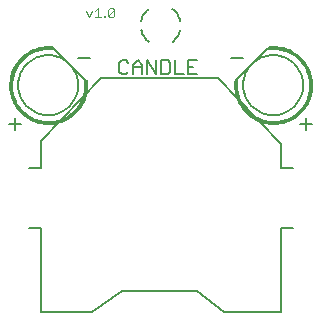
<source format=gto>
G75*
%MOIN*%
%OFA0B0*%
%FSLAX24Y24*%
%IPPOS*%
%LPD*%
%AMOC8*
5,1,8,0,0,1.08239X$1,22.5*
%
%ADD10C,0.0050*%
%ADD11C,0.0070*%
%ADD12C,0.0030*%
%ADD13C,0.0080*%
%ADD14C,0.0010*%
%ADD15C,0.0060*%
D10*
X001688Y000350D02*
X003388Y000350D01*
X004388Y001050D01*
X006888Y001050D01*
X007788Y000350D01*
X009688Y000350D01*
X009688Y003150D01*
X010088Y003150D01*
X010088Y005150D02*
X009688Y005150D01*
X009688Y005950D01*
X007588Y008150D01*
X003688Y008150D01*
X001688Y006050D01*
X001688Y005150D01*
X001288Y005150D01*
X001288Y003150D02*
X001688Y003150D01*
X001688Y000350D01*
X004389Y008275D02*
X004313Y008350D01*
X004313Y008650D01*
X004389Y008725D01*
X004539Y008725D01*
X004614Y008650D01*
X004774Y008575D02*
X004924Y008725D01*
X005074Y008575D01*
X005074Y008275D01*
X005234Y008275D02*
X005234Y008725D01*
X005535Y008275D01*
X005535Y008725D01*
X005695Y008725D02*
X005920Y008725D01*
X005995Y008650D01*
X005995Y008350D01*
X005920Y008275D01*
X005695Y008275D01*
X005695Y008725D01*
X006155Y008725D02*
X006155Y008275D01*
X006455Y008275D01*
X006615Y008275D02*
X006916Y008275D01*
X006766Y008500D02*
X006615Y008500D01*
X006615Y008725D02*
X006615Y008275D01*
X006615Y008725D02*
X006916Y008725D01*
X005074Y008500D02*
X004774Y008500D01*
X004774Y008575D02*
X004774Y008275D01*
X004614Y008350D02*
X004539Y008275D01*
X004389Y008275D01*
D11*
X003344Y008800D02*
X002923Y008800D01*
X000834Y006810D02*
X000834Y006390D01*
X001044Y006600D02*
X000623Y006600D01*
X008023Y008800D02*
X008444Y008800D01*
X010534Y006810D02*
X010534Y006390D01*
X010744Y006600D02*
X010323Y006600D01*
D12*
X004134Y010213D02*
X004085Y010165D01*
X003988Y010165D01*
X003940Y010213D01*
X004134Y010407D01*
X004134Y010213D01*
X004134Y010407D02*
X004085Y010455D01*
X003988Y010455D01*
X003940Y010407D01*
X003940Y010213D01*
X003841Y010213D02*
X003841Y010165D01*
X003793Y010165D01*
X003793Y010213D01*
X003841Y010213D01*
X003692Y010165D02*
X003498Y010165D01*
X003595Y010165D02*
X003595Y010455D01*
X003498Y010358D01*
X003397Y010358D02*
X003300Y010165D01*
X003203Y010358D01*
D13*
X002115Y009137D02*
X003176Y008077D01*
X006338Y010050D02*
X006322Y010101D01*
X006303Y010152D01*
X006280Y010200D01*
X006254Y010248D01*
X006225Y010293D01*
X006192Y010336D01*
X006157Y010376D01*
X006119Y010414D01*
X006078Y010450D01*
X005288Y010449D02*
X005251Y010419D01*
X005216Y010386D01*
X005184Y010350D01*
X005154Y010312D01*
X005127Y010272D01*
X005103Y010230D01*
X005082Y010187D01*
X005064Y010142D01*
X005050Y010096D01*
X005038Y010050D01*
X006088Y009350D02*
X006128Y009385D01*
X006165Y009424D01*
X006199Y009465D01*
X006230Y009508D01*
X006258Y009553D01*
X006283Y009600D01*
X006305Y009648D01*
X006323Y009698D01*
X006338Y009750D01*
X005288Y009349D02*
X005251Y009380D01*
X005216Y009413D01*
X005184Y009449D01*
X005154Y009487D01*
X005127Y009527D01*
X005103Y009569D01*
X005082Y009612D01*
X005064Y009657D01*
X005050Y009703D01*
X005038Y009750D01*
X008201Y008077D02*
X009262Y009137D01*
D14*
X008156Y008078D02*
X008245Y008065D01*
X008244Y008065D02*
X008237Y007998D01*
X008233Y007929D01*
X008234Y007861D01*
X008238Y007793D01*
X008246Y007725D01*
X008258Y007658D01*
X008273Y007591D01*
X008293Y007526D01*
X008316Y007462D01*
X008342Y007399D01*
X008372Y007337D01*
X008406Y007278D01*
X008443Y007221D01*
X008483Y007165D01*
X008526Y007112D01*
X008572Y007062D01*
X008621Y007014D01*
X008673Y006969D01*
X008727Y006927D01*
X008783Y006889D01*
X008841Y006853D01*
X008901Y006821D01*
X008963Y006792D01*
X009027Y006767D01*
X009092Y006746D01*
X009158Y006728D01*
X009224Y006714D01*
X009292Y006704D01*
X009360Y006698D01*
X009428Y006695D01*
X009496Y006696D01*
X009565Y006702D01*
X009632Y006711D01*
X009699Y006724D01*
X009766Y006740D01*
X009831Y006761D01*
X009895Y006785D01*
X009957Y006813D01*
X010018Y006844D01*
X010077Y006878D01*
X010134Y006916D01*
X010188Y006957D01*
X010240Y007001D01*
X010290Y007048D01*
X010337Y007098D01*
X010381Y007150D01*
X010422Y007204D01*
X010460Y007261D01*
X010494Y007320D01*
X010525Y007381D01*
X010553Y007443D01*
X010577Y007507D01*
X010598Y007572D01*
X010614Y007639D01*
X010627Y007706D01*
X010636Y007773D01*
X010642Y007842D01*
X010643Y007910D01*
X010640Y007978D01*
X010634Y008046D01*
X010624Y008114D01*
X010610Y008180D01*
X010592Y008246D01*
X010571Y008311D01*
X010546Y008375D01*
X010517Y008437D01*
X010485Y008497D01*
X010449Y008555D01*
X010411Y008611D01*
X010369Y008665D01*
X010324Y008717D01*
X010276Y008766D01*
X010226Y008812D01*
X010173Y008855D01*
X010117Y008895D01*
X010060Y008932D01*
X010001Y008966D01*
X009939Y008996D01*
X009876Y009022D01*
X009812Y009045D01*
X009747Y009065D01*
X009680Y009080D01*
X009613Y009092D01*
X009545Y009100D01*
X009477Y009104D01*
X009409Y009105D01*
X009340Y009101D01*
X009273Y009094D01*
X009260Y009182D01*
X009260Y009183D01*
X009330Y009191D01*
X009401Y009194D01*
X009472Y009195D01*
X009543Y009191D01*
X009614Y009183D01*
X009684Y009171D01*
X009753Y009156D01*
X009821Y009137D01*
X009889Y009114D01*
X009954Y009088D01*
X010019Y009058D01*
X010081Y009024D01*
X010142Y008987D01*
X010200Y008947D01*
X010257Y008903D01*
X010310Y008857D01*
X010361Y008808D01*
X010410Y008756D01*
X010455Y008701D01*
X010498Y008644D01*
X010537Y008585D01*
X010573Y008524D01*
X010605Y008461D01*
X010634Y008396D01*
X010660Y008330D01*
X010681Y008262D01*
X010699Y008194D01*
X010713Y008124D01*
X010724Y008054D01*
X010730Y007983D01*
X010733Y007912D01*
X010732Y007841D01*
X010727Y007770D01*
X010717Y007700D01*
X010705Y007630D01*
X010688Y007561D01*
X010667Y007493D01*
X010643Y007427D01*
X010616Y007361D01*
X010584Y007298D01*
X010550Y007236D01*
X010512Y007176D01*
X010470Y007118D01*
X010426Y007063D01*
X010378Y007010D01*
X010328Y006960D01*
X010275Y006912D01*
X010220Y006868D01*
X010162Y006826D01*
X010102Y006788D01*
X010040Y006754D01*
X009977Y006722D01*
X009911Y006695D01*
X009845Y006671D01*
X009777Y006650D01*
X009708Y006633D01*
X009638Y006621D01*
X009568Y006611D01*
X009497Y006606D01*
X009426Y006605D01*
X009355Y006608D01*
X009284Y006614D01*
X009214Y006625D01*
X009144Y006639D01*
X009076Y006657D01*
X009008Y006678D01*
X008942Y006704D01*
X008877Y006733D01*
X008814Y006765D01*
X008753Y006801D01*
X008694Y006840D01*
X008637Y006883D01*
X008582Y006928D01*
X008530Y006977D01*
X008481Y007028D01*
X008435Y007081D01*
X008391Y007138D01*
X008351Y007196D01*
X008314Y007257D01*
X008280Y007319D01*
X008250Y007384D01*
X008224Y007449D01*
X008201Y007517D01*
X008182Y007585D01*
X008167Y007654D01*
X008155Y007724D01*
X008147Y007795D01*
X008143Y007866D01*
X008144Y007937D01*
X008147Y008008D01*
X008155Y008078D01*
X008164Y008077D01*
X008156Y008006D01*
X008152Y007935D01*
X008153Y007864D01*
X008157Y007792D01*
X008164Y007722D01*
X008176Y007651D01*
X008192Y007582D01*
X008212Y007513D01*
X008235Y007446D01*
X008262Y007380D01*
X008292Y007316D01*
X008327Y007253D01*
X008364Y007193D01*
X008405Y007134D01*
X008449Y007078D01*
X008496Y007025D01*
X008546Y006974D01*
X008599Y006926D01*
X008654Y006881D01*
X008712Y006839D01*
X008771Y006800D01*
X008833Y006765D01*
X008897Y006733D01*
X008963Y006705D01*
X009030Y006681D01*
X009098Y006660D01*
X009167Y006643D01*
X009237Y006630D01*
X009308Y006621D01*
X009379Y006615D01*
X009450Y006614D01*
X009521Y006617D01*
X009592Y006623D01*
X009663Y006634D01*
X009733Y006648D01*
X009801Y006666D01*
X009869Y006688D01*
X009936Y006714D01*
X010001Y006744D01*
X010064Y006777D01*
X010125Y006813D01*
X010184Y006853D01*
X010241Y006896D01*
X010296Y006942D01*
X010347Y006991D01*
X010396Y007042D01*
X010442Y007097D01*
X010485Y007154D01*
X010525Y007213D01*
X010561Y007274D01*
X010594Y007337D01*
X010624Y007402D01*
X010650Y007469D01*
X010672Y007537D01*
X010690Y007605D01*
X010704Y007675D01*
X010715Y007746D01*
X010721Y007817D01*
X010724Y007888D01*
X010723Y007959D01*
X010717Y008030D01*
X010708Y008101D01*
X010695Y008171D01*
X010678Y008240D01*
X010657Y008308D01*
X010633Y008375D01*
X010605Y008441D01*
X010573Y008505D01*
X010538Y008567D01*
X010499Y008626D01*
X010457Y008684D01*
X010412Y008739D01*
X010364Y008792D01*
X010313Y008842D01*
X010260Y008889D01*
X010204Y008933D01*
X010145Y008974D01*
X010085Y009011D01*
X010022Y009046D01*
X009958Y009076D01*
X009892Y009103D01*
X009825Y009126D01*
X009756Y009146D01*
X009687Y009162D01*
X009616Y009174D01*
X009546Y009181D01*
X009474Y009185D01*
X009403Y009186D01*
X009332Y009182D01*
X009261Y009174D01*
X009262Y009165D01*
X009333Y009173D01*
X009403Y009177D01*
X009474Y009176D01*
X009545Y009173D01*
X009615Y009165D01*
X009685Y009153D01*
X009754Y009137D01*
X009822Y009118D01*
X009889Y009095D01*
X009954Y009068D01*
X010018Y009038D01*
X010080Y009004D01*
X010141Y008966D01*
X010199Y008926D01*
X010254Y008882D01*
X010307Y008835D01*
X010358Y008786D01*
X010406Y008733D01*
X010450Y008679D01*
X010492Y008621D01*
X010530Y008562D01*
X010565Y008500D01*
X010597Y008437D01*
X010625Y008372D01*
X010649Y008305D01*
X010670Y008238D01*
X010686Y008169D01*
X010699Y008099D01*
X010708Y008029D01*
X010714Y007959D01*
X010715Y007888D01*
X010712Y007817D01*
X010706Y007747D01*
X010695Y007677D01*
X010681Y007607D01*
X010663Y007539D01*
X010641Y007472D01*
X010615Y007406D01*
X010586Y007341D01*
X010554Y007279D01*
X010517Y007218D01*
X010478Y007159D01*
X010435Y007102D01*
X010390Y007048D01*
X010341Y006997D01*
X010290Y006948D01*
X010236Y006903D01*
X010179Y006860D01*
X010120Y006821D01*
X010059Y006784D01*
X009997Y006752D01*
X009932Y006723D01*
X009866Y006697D01*
X009799Y006675D01*
X009731Y006657D01*
X009661Y006643D01*
X009591Y006632D01*
X009521Y006626D01*
X009450Y006623D01*
X009379Y006624D01*
X009309Y006630D01*
X009239Y006639D01*
X009169Y006652D01*
X009100Y006668D01*
X009033Y006689D01*
X008966Y006713D01*
X008901Y006741D01*
X008838Y006773D01*
X008776Y006808D01*
X008717Y006846D01*
X008659Y006888D01*
X008605Y006932D01*
X008552Y006980D01*
X008503Y007031D01*
X008456Y007084D01*
X008412Y007139D01*
X008372Y007197D01*
X008334Y007258D01*
X008300Y007320D01*
X008270Y007384D01*
X008243Y007449D01*
X008220Y007516D01*
X008201Y007584D01*
X008185Y007653D01*
X008173Y007723D01*
X008165Y007793D01*
X008162Y007864D01*
X008161Y007935D01*
X008165Y008005D01*
X008173Y008076D01*
X008182Y008074D01*
X008174Y008004D01*
X008170Y007933D01*
X008171Y007862D01*
X008175Y007791D01*
X008183Y007720D01*
X008195Y007650D01*
X008211Y007581D01*
X008231Y007513D01*
X008254Y007446D01*
X008282Y007380D01*
X008312Y007316D01*
X008347Y007254D01*
X008385Y007194D01*
X008426Y007136D01*
X008470Y007080D01*
X008518Y007028D01*
X008568Y006977D01*
X008621Y006930D01*
X008677Y006886D01*
X008735Y006845D01*
X008795Y006807D01*
X008857Y006773D01*
X008921Y006742D01*
X008987Y006715D01*
X009054Y006691D01*
X009122Y006672D01*
X009192Y006656D01*
X009262Y006644D01*
X009332Y006636D01*
X009403Y006632D01*
X009474Y006633D01*
X009545Y006637D01*
X009616Y006645D01*
X009686Y006656D01*
X009755Y006672D01*
X009824Y006692D01*
X009891Y006716D01*
X009956Y006743D01*
X010020Y006774D01*
X010082Y006808D01*
X010143Y006846D01*
X010201Y006887D01*
X010256Y006931D01*
X010309Y006979D01*
X010359Y007029D01*
X010407Y007082D01*
X010451Y007137D01*
X010492Y007195D01*
X010530Y007256D01*
X010564Y007318D01*
X010595Y007382D01*
X010622Y007447D01*
X010646Y007514D01*
X010666Y007583D01*
X010682Y007652D01*
X010693Y007722D01*
X010701Y007793D01*
X010705Y007864D01*
X010706Y007935D01*
X010702Y008006D01*
X010694Y008076D01*
X010682Y008146D01*
X010666Y008216D01*
X010647Y008284D01*
X010623Y008351D01*
X010596Y008417D01*
X010565Y008481D01*
X010531Y008543D01*
X010493Y008603D01*
X010452Y008661D01*
X010408Y008717D01*
X010361Y008770D01*
X010310Y008820D01*
X010258Y008868D01*
X010202Y008912D01*
X010144Y008953D01*
X010084Y008991D01*
X010022Y009026D01*
X009958Y009056D01*
X009892Y009084D01*
X009825Y009107D01*
X009757Y009127D01*
X009688Y009143D01*
X009618Y009155D01*
X009547Y009163D01*
X009476Y009167D01*
X009405Y009168D01*
X009334Y009164D01*
X009264Y009156D01*
X009265Y009147D01*
X009335Y009155D01*
X009405Y009159D01*
X009476Y009158D01*
X009546Y009154D01*
X009617Y009146D01*
X009686Y009134D01*
X009755Y009118D01*
X009823Y009099D01*
X009889Y009075D01*
X009954Y009048D01*
X010018Y009018D01*
X010080Y008983D01*
X010139Y008946D01*
X010197Y008905D01*
X010252Y008861D01*
X010304Y008814D01*
X010354Y008764D01*
X010401Y008711D01*
X010445Y008656D01*
X010486Y008598D01*
X010523Y008538D01*
X010557Y008477D01*
X010588Y008413D01*
X010615Y008348D01*
X010638Y008281D01*
X010657Y008213D01*
X010673Y008144D01*
X010685Y008075D01*
X010693Y008005D01*
X010697Y007934D01*
X010696Y007864D01*
X010692Y007793D01*
X010685Y007723D01*
X010673Y007654D01*
X010657Y007585D01*
X010637Y007517D01*
X010614Y007451D01*
X010587Y007385D01*
X010556Y007322D01*
X010522Y007260D01*
X010485Y007200D01*
X010444Y007143D01*
X010400Y007088D01*
X010353Y007035D01*
X010303Y006985D01*
X010250Y006938D01*
X010195Y006894D01*
X010138Y006853D01*
X010078Y006816D01*
X010016Y006782D01*
X009953Y006751D01*
X009887Y006724D01*
X009821Y006701D01*
X009753Y006681D01*
X009684Y006665D01*
X009615Y006653D01*
X009545Y006646D01*
X009474Y006642D01*
X009404Y006641D01*
X009333Y006645D01*
X009263Y006653D01*
X009194Y006665D01*
X009125Y006681D01*
X009057Y006700D01*
X008990Y006723D01*
X008925Y006750D01*
X008861Y006781D01*
X008800Y006815D01*
X008740Y006852D01*
X008682Y006893D01*
X008627Y006937D01*
X008574Y006984D01*
X008524Y007034D01*
X008477Y007086D01*
X008433Y007141D01*
X008392Y007199D01*
X008355Y007258D01*
X008320Y007320D01*
X008290Y007384D01*
X008263Y007449D01*
X008239Y007515D01*
X008220Y007583D01*
X008204Y007652D01*
X008192Y007721D01*
X008184Y007792D01*
X008180Y007862D01*
X008179Y007933D01*
X008183Y008003D01*
X008191Y008073D01*
X008200Y008072D01*
X008192Y008002D01*
X008188Y007932D01*
X008189Y007862D01*
X008193Y007792D01*
X008201Y007723D01*
X008213Y007654D01*
X008228Y007585D01*
X008248Y007518D01*
X008271Y007452D01*
X008298Y007387D01*
X008328Y007324D01*
X008362Y007263D01*
X008400Y007204D01*
X008440Y007147D01*
X008484Y007092D01*
X008531Y007040D01*
X008581Y006990D01*
X008633Y006944D01*
X008688Y006900D01*
X008745Y006860D01*
X008804Y006823D01*
X008866Y006789D01*
X008929Y006758D01*
X008993Y006732D01*
X009060Y006709D01*
X009127Y006689D01*
X009195Y006674D01*
X009264Y006662D01*
X009334Y006654D01*
X009404Y006650D01*
X009474Y006651D01*
X009544Y006654D01*
X009613Y006662D01*
X009683Y006674D01*
X009751Y006690D01*
X009818Y006709D01*
X009884Y006732D01*
X009949Y006759D01*
X010012Y006790D01*
X010073Y006824D01*
X010133Y006861D01*
X010190Y006901D01*
X010245Y006945D01*
X010297Y006992D01*
X010346Y007041D01*
X010393Y007093D01*
X010437Y007148D01*
X010477Y007205D01*
X010514Y007265D01*
X010548Y007326D01*
X010579Y007389D01*
X010606Y007454D01*
X010629Y007520D01*
X010648Y007587D01*
X010664Y007655D01*
X010676Y007725D01*
X010684Y007794D01*
X010687Y007864D01*
X010688Y007934D01*
X010684Y008004D01*
X010676Y008074D01*
X010664Y008143D01*
X010649Y008211D01*
X010629Y008278D01*
X010606Y008345D01*
X010580Y008409D01*
X010549Y008472D01*
X010515Y008534D01*
X010478Y008593D01*
X010438Y008650D01*
X010394Y008705D01*
X010348Y008757D01*
X010298Y008807D01*
X010246Y008854D01*
X010191Y008898D01*
X010134Y008938D01*
X010075Y008976D01*
X010014Y009010D01*
X009951Y009040D01*
X009886Y009067D01*
X009820Y009090D01*
X009753Y009110D01*
X009684Y009125D01*
X009615Y009137D01*
X009546Y009145D01*
X009476Y009149D01*
X009406Y009150D01*
X009336Y009146D01*
X009266Y009138D01*
X009267Y009129D01*
X009337Y009137D01*
X009406Y009141D01*
X009476Y009140D01*
X009545Y009136D01*
X009614Y009128D01*
X009683Y009117D01*
X009750Y009101D01*
X009817Y009082D01*
X009883Y009059D01*
X009947Y009032D01*
X010010Y009002D01*
X010070Y008968D01*
X010129Y008931D01*
X010186Y008890D01*
X010240Y008847D01*
X010292Y008800D01*
X010341Y008751D01*
X010387Y008699D01*
X010431Y008645D01*
X010471Y008588D01*
X010508Y008529D01*
X010541Y008468D01*
X010571Y008406D01*
X010598Y008341D01*
X010621Y008276D01*
X010640Y008209D01*
X010655Y008141D01*
X010667Y008072D01*
X010675Y008003D01*
X010679Y007934D01*
X010678Y007864D01*
X010675Y007795D01*
X010667Y007726D01*
X010655Y007657D01*
X010640Y007589D01*
X010620Y007523D01*
X010597Y007457D01*
X010571Y007393D01*
X010540Y007330D01*
X010507Y007269D01*
X010470Y007210D01*
X010429Y007154D01*
X010386Y007099D01*
X010340Y007047D01*
X010291Y006998D01*
X010239Y006952D01*
X010184Y006909D01*
X010128Y006868D01*
X010069Y006831D01*
X010008Y006798D01*
X009945Y006767D01*
X009881Y006741D01*
X009815Y006718D01*
X009749Y006698D01*
X009681Y006683D01*
X009612Y006671D01*
X009543Y006663D01*
X009474Y006660D01*
X009404Y006659D01*
X009335Y006663D01*
X009266Y006671D01*
X009197Y006683D01*
X009129Y006698D01*
X009062Y006717D01*
X008997Y006740D01*
X008932Y006767D01*
X008870Y006797D01*
X008809Y006830D01*
X008750Y006867D01*
X008693Y006907D01*
X008639Y006951D01*
X008587Y006997D01*
X008538Y007046D01*
X008491Y007098D01*
X008448Y007152D01*
X008407Y007209D01*
X008370Y007268D01*
X008336Y007328D01*
X008306Y007391D01*
X008279Y007455D01*
X008256Y007521D01*
X008237Y007588D01*
X008221Y007655D01*
X008210Y007724D01*
X008202Y007793D01*
X008198Y007862D01*
X008197Y007932D01*
X008201Y008001D01*
X008209Y008071D01*
X008218Y008069D01*
X008210Y008001D01*
X008206Y007932D01*
X008207Y007863D01*
X008211Y007794D01*
X008218Y007725D01*
X008230Y007657D01*
X008246Y007590D01*
X008265Y007524D01*
X008288Y007458D01*
X008314Y007395D01*
X008344Y007333D01*
X008378Y007272D01*
X008415Y007214D01*
X008455Y007158D01*
X008498Y007104D01*
X008544Y007052D01*
X008593Y007003D01*
X008645Y006958D01*
X008699Y006915D01*
X008755Y006875D01*
X008813Y006838D01*
X008874Y006805D01*
X008936Y006775D01*
X009000Y006749D01*
X009065Y006726D01*
X009131Y006707D01*
X009199Y006691D01*
X009267Y006680D01*
X009335Y006672D01*
X009404Y006668D01*
X009473Y006669D01*
X009542Y006672D01*
X009611Y006680D01*
X009679Y006692D01*
X009746Y006707D01*
X009813Y006726D01*
X009878Y006749D01*
X009942Y006776D01*
X010004Y006806D01*
X010064Y006839D01*
X010123Y006876D01*
X010179Y006916D01*
X010233Y006959D01*
X010284Y007005D01*
X010333Y007054D01*
X010379Y007105D01*
X010422Y007159D01*
X010462Y007215D01*
X010499Y007274D01*
X010532Y007334D01*
X010562Y007396D01*
X010589Y007460D01*
X010612Y007525D01*
X010631Y007592D01*
X010646Y007659D01*
X010658Y007727D01*
X010666Y007796D01*
X010669Y007865D01*
X010670Y007934D01*
X010666Y008003D01*
X010658Y008071D01*
X010647Y008139D01*
X010631Y008207D01*
X010612Y008273D01*
X010589Y008338D01*
X010563Y008402D01*
X010533Y008464D01*
X010500Y008525D01*
X010463Y008583D01*
X010423Y008639D01*
X010380Y008693D01*
X010335Y008745D01*
X010286Y008794D01*
X010234Y008840D01*
X010180Y008883D01*
X010124Y008923D01*
X010066Y008960D01*
X010005Y008994D01*
X009943Y009024D01*
X009880Y009050D01*
X009814Y009073D01*
X009748Y009092D01*
X009681Y009108D01*
X009613Y009120D01*
X009544Y009127D01*
X009475Y009131D01*
X009406Y009132D01*
X009337Y009128D01*
X009269Y009120D01*
X009270Y009111D01*
X009339Y009119D01*
X009408Y009123D01*
X009477Y009122D01*
X009547Y009118D01*
X009615Y009110D01*
X009684Y009098D01*
X009751Y009082D01*
X009818Y009063D01*
X009883Y009039D01*
X009947Y009012D01*
X010009Y008982D01*
X010069Y008947D01*
X010128Y008910D01*
X010184Y008869D01*
X010237Y008826D01*
X010289Y008779D01*
X010337Y008729D01*
X010383Y008677D01*
X010425Y008622D01*
X010464Y008565D01*
X010500Y008506D01*
X010533Y008445D01*
X010562Y008382D01*
X010588Y008317D01*
X010609Y008252D01*
X010627Y008185D01*
X010642Y008117D01*
X010652Y008048D01*
X010658Y007979D01*
X010661Y007910D01*
X010660Y007841D01*
X010654Y007772D01*
X010645Y007703D01*
X010632Y007635D01*
X010615Y007568D01*
X010594Y007501D01*
X010570Y007437D01*
X010542Y007373D01*
X010510Y007312D01*
X010475Y007252D01*
X010437Y007194D01*
X010395Y007139D01*
X010350Y007086D01*
X010303Y007035D01*
X010252Y006988D01*
X010199Y006943D01*
X010144Y006901D01*
X010086Y006863D01*
X010026Y006828D01*
X009965Y006796D01*
X009901Y006768D01*
X009837Y006744D01*
X009770Y006723D01*
X009703Y006706D01*
X009635Y006693D01*
X009566Y006684D01*
X009497Y006678D01*
X009428Y006677D01*
X009359Y006680D01*
X009290Y006686D01*
X009221Y006696D01*
X009153Y006711D01*
X009086Y006729D01*
X009021Y006750D01*
X008956Y006776D01*
X008893Y006805D01*
X008832Y006838D01*
X008773Y006874D01*
X008716Y006913D01*
X008661Y006955D01*
X008609Y007001D01*
X008559Y007049D01*
X008512Y007101D01*
X008469Y007154D01*
X008428Y007210D01*
X008391Y007269D01*
X008356Y007329D01*
X008326Y007391D01*
X008299Y007455D01*
X008275Y007520D01*
X008256Y007587D01*
X008240Y007654D01*
X008228Y007723D01*
X008220Y007791D01*
X008216Y007861D01*
X008215Y007930D01*
X008219Y007999D01*
X008227Y008068D01*
X008236Y008067D01*
X008228Y007998D01*
X008224Y007930D01*
X008225Y007861D01*
X008229Y007792D01*
X008237Y007724D01*
X008249Y007656D01*
X008264Y007589D01*
X008284Y007523D01*
X008307Y007458D01*
X008334Y007395D01*
X008364Y007333D01*
X008398Y007273D01*
X008435Y007215D01*
X008476Y007160D01*
X008519Y007106D01*
X008566Y007056D01*
X008615Y007008D01*
X008667Y006962D01*
X008721Y006920D01*
X008778Y006881D01*
X008837Y006845D01*
X008897Y006813D01*
X008960Y006784D01*
X009024Y006759D01*
X009089Y006737D01*
X009155Y006719D01*
X009223Y006705D01*
X009291Y006695D01*
X009359Y006689D01*
X009428Y006686D01*
X009497Y006687D01*
X009566Y006693D01*
X009634Y006702D01*
X009701Y006715D01*
X009768Y006732D01*
X009834Y006752D01*
X009898Y006777D01*
X009961Y006804D01*
X010022Y006836D01*
X010081Y006871D01*
X010139Y006909D01*
X010194Y006950D01*
X010246Y006994D01*
X010296Y007042D01*
X010344Y007092D01*
X010388Y007144D01*
X010429Y007199D01*
X010467Y007257D01*
X010502Y007316D01*
X010534Y007377D01*
X010561Y007440D01*
X010586Y007504D01*
X010606Y007570D01*
X010623Y007637D01*
X010636Y007704D01*
X010645Y007772D01*
X010651Y007841D01*
X010652Y007910D01*
X010649Y007979D01*
X010643Y008047D01*
X010633Y008115D01*
X010619Y008183D01*
X010601Y008249D01*
X010579Y008314D01*
X010554Y008378D01*
X010525Y008441D01*
X010493Y008501D01*
X010457Y008560D01*
X010418Y008617D01*
X010376Y008671D01*
X010330Y008723D01*
X010282Y008772D01*
X010232Y008819D01*
X010178Y008862D01*
X010123Y008903D01*
X010065Y008940D01*
X010005Y008974D01*
X009943Y009004D01*
X009880Y009031D01*
X009815Y009054D01*
X009749Y009074D01*
X009682Y009089D01*
X009614Y009101D01*
X009546Y009109D01*
X009477Y009113D01*
X009408Y009114D01*
X009340Y009110D01*
X009271Y009102D01*
X002116Y009182D02*
X002103Y009093D01*
X002103Y009094D02*
X002036Y009101D01*
X001967Y009105D01*
X001899Y009104D01*
X001831Y009100D01*
X001763Y009092D01*
X001696Y009080D01*
X001629Y009065D01*
X001564Y009045D01*
X001500Y009022D01*
X001437Y008996D01*
X001375Y008966D01*
X001316Y008932D01*
X001259Y008895D01*
X001203Y008855D01*
X001150Y008812D01*
X001100Y008766D01*
X001052Y008717D01*
X001007Y008665D01*
X000965Y008611D01*
X000927Y008555D01*
X000891Y008497D01*
X000859Y008437D01*
X000830Y008375D01*
X000805Y008311D01*
X000784Y008246D01*
X000766Y008180D01*
X000752Y008114D01*
X000742Y008046D01*
X000736Y007978D01*
X000733Y007910D01*
X000734Y007842D01*
X000740Y007773D01*
X000749Y007706D01*
X000762Y007639D01*
X000778Y007572D01*
X000799Y007507D01*
X000823Y007443D01*
X000851Y007381D01*
X000882Y007320D01*
X000916Y007261D01*
X000954Y007204D01*
X000995Y007150D01*
X001039Y007098D01*
X001086Y007048D01*
X001136Y007001D01*
X001188Y006957D01*
X001242Y006916D01*
X001299Y006878D01*
X001358Y006844D01*
X001419Y006813D01*
X001481Y006785D01*
X001545Y006761D01*
X001610Y006740D01*
X001677Y006724D01*
X001744Y006711D01*
X001811Y006702D01*
X001880Y006696D01*
X001948Y006695D01*
X002016Y006698D01*
X002084Y006704D01*
X002152Y006714D01*
X002218Y006728D01*
X002284Y006746D01*
X002349Y006767D01*
X002413Y006792D01*
X002475Y006821D01*
X002535Y006853D01*
X002593Y006889D01*
X002649Y006927D01*
X002703Y006969D01*
X002755Y007014D01*
X002804Y007062D01*
X002850Y007112D01*
X002893Y007165D01*
X002933Y007221D01*
X002970Y007278D01*
X003004Y007337D01*
X003034Y007399D01*
X003060Y007462D01*
X003083Y007526D01*
X003103Y007591D01*
X003118Y007658D01*
X003130Y007725D01*
X003138Y007793D01*
X003142Y007861D01*
X003143Y007929D01*
X003139Y007998D01*
X003132Y008065D01*
X003220Y008078D01*
X003221Y008078D01*
X003229Y008008D01*
X003232Y007937D01*
X003233Y007866D01*
X003229Y007795D01*
X003221Y007724D01*
X003209Y007654D01*
X003194Y007585D01*
X003175Y007517D01*
X003152Y007449D01*
X003126Y007384D01*
X003096Y007319D01*
X003062Y007257D01*
X003025Y007196D01*
X002985Y007138D01*
X002941Y007081D01*
X002895Y007028D01*
X002846Y006977D01*
X002794Y006928D01*
X002739Y006883D01*
X002682Y006840D01*
X002623Y006801D01*
X002562Y006765D01*
X002499Y006733D01*
X002434Y006704D01*
X002368Y006678D01*
X002300Y006657D01*
X002232Y006639D01*
X002162Y006625D01*
X002092Y006614D01*
X002021Y006608D01*
X001950Y006605D01*
X001879Y006606D01*
X001808Y006611D01*
X001738Y006621D01*
X001668Y006633D01*
X001599Y006650D01*
X001531Y006671D01*
X001465Y006695D01*
X001399Y006722D01*
X001336Y006754D01*
X001274Y006788D01*
X001214Y006826D01*
X001156Y006868D01*
X001101Y006912D01*
X001048Y006960D01*
X000998Y007010D01*
X000950Y007063D01*
X000906Y007118D01*
X000864Y007176D01*
X000826Y007236D01*
X000792Y007298D01*
X000760Y007361D01*
X000733Y007427D01*
X000709Y007493D01*
X000688Y007561D01*
X000671Y007630D01*
X000659Y007700D01*
X000649Y007770D01*
X000644Y007841D01*
X000643Y007912D01*
X000646Y007983D01*
X000652Y008054D01*
X000663Y008124D01*
X000677Y008194D01*
X000695Y008262D01*
X000716Y008330D01*
X000742Y008396D01*
X000771Y008461D01*
X000803Y008524D01*
X000839Y008585D01*
X000878Y008644D01*
X000921Y008701D01*
X000966Y008756D01*
X001015Y008808D01*
X001066Y008857D01*
X001119Y008903D01*
X001176Y008947D01*
X001234Y008987D01*
X001295Y009024D01*
X001357Y009058D01*
X001422Y009088D01*
X001487Y009114D01*
X001555Y009137D01*
X001623Y009156D01*
X001692Y009171D01*
X001762Y009183D01*
X001833Y009191D01*
X001904Y009195D01*
X001975Y009194D01*
X002046Y009191D01*
X002116Y009183D01*
X002115Y009174D01*
X002044Y009182D01*
X001973Y009186D01*
X001902Y009185D01*
X001830Y009181D01*
X001760Y009174D01*
X001689Y009162D01*
X001620Y009146D01*
X001551Y009126D01*
X001484Y009103D01*
X001418Y009076D01*
X001354Y009046D01*
X001291Y009011D01*
X001231Y008974D01*
X001172Y008933D01*
X001116Y008889D01*
X001063Y008842D01*
X001012Y008792D01*
X000964Y008739D01*
X000919Y008684D01*
X000877Y008626D01*
X000838Y008567D01*
X000803Y008505D01*
X000771Y008441D01*
X000743Y008375D01*
X000719Y008308D01*
X000698Y008240D01*
X000681Y008171D01*
X000668Y008101D01*
X000659Y008030D01*
X000653Y007959D01*
X000652Y007888D01*
X000655Y007817D01*
X000661Y007746D01*
X000672Y007675D01*
X000686Y007605D01*
X000704Y007537D01*
X000726Y007469D01*
X000752Y007402D01*
X000782Y007337D01*
X000815Y007274D01*
X000851Y007213D01*
X000891Y007154D01*
X000934Y007097D01*
X000980Y007042D01*
X001029Y006991D01*
X001080Y006942D01*
X001135Y006896D01*
X001192Y006853D01*
X001251Y006813D01*
X001312Y006777D01*
X001375Y006744D01*
X001440Y006714D01*
X001507Y006688D01*
X001575Y006666D01*
X001643Y006648D01*
X001713Y006634D01*
X001784Y006623D01*
X001855Y006617D01*
X001926Y006614D01*
X001997Y006615D01*
X002068Y006621D01*
X002139Y006630D01*
X002209Y006643D01*
X002278Y006660D01*
X002346Y006681D01*
X002413Y006705D01*
X002479Y006733D01*
X002543Y006765D01*
X002605Y006800D01*
X002664Y006839D01*
X002722Y006881D01*
X002777Y006926D01*
X002830Y006974D01*
X002880Y007025D01*
X002927Y007078D01*
X002971Y007134D01*
X003012Y007193D01*
X003049Y007253D01*
X003084Y007316D01*
X003114Y007380D01*
X003141Y007446D01*
X003164Y007513D01*
X003184Y007582D01*
X003200Y007651D01*
X003212Y007722D01*
X003219Y007792D01*
X003223Y007864D01*
X003224Y007935D01*
X003220Y008006D01*
X003212Y008077D01*
X003203Y008076D01*
X003211Y008005D01*
X003215Y007935D01*
X003214Y007864D01*
X003211Y007793D01*
X003203Y007723D01*
X003191Y007653D01*
X003175Y007584D01*
X003156Y007516D01*
X003133Y007449D01*
X003106Y007384D01*
X003076Y007320D01*
X003042Y007258D01*
X003004Y007197D01*
X002964Y007139D01*
X002920Y007084D01*
X002873Y007031D01*
X002824Y006980D01*
X002771Y006932D01*
X002717Y006888D01*
X002659Y006846D01*
X002600Y006808D01*
X002538Y006773D01*
X002475Y006741D01*
X002410Y006713D01*
X002343Y006689D01*
X002276Y006668D01*
X002207Y006652D01*
X002137Y006639D01*
X002067Y006630D01*
X001997Y006624D01*
X001926Y006623D01*
X001855Y006626D01*
X001785Y006632D01*
X001715Y006643D01*
X001645Y006657D01*
X001577Y006675D01*
X001510Y006697D01*
X001444Y006723D01*
X001379Y006752D01*
X001317Y006784D01*
X001256Y006821D01*
X001197Y006860D01*
X001140Y006903D01*
X001086Y006948D01*
X001035Y006997D01*
X000986Y007048D01*
X000941Y007102D01*
X000898Y007159D01*
X000859Y007218D01*
X000822Y007279D01*
X000790Y007341D01*
X000761Y007406D01*
X000735Y007472D01*
X000713Y007539D01*
X000695Y007607D01*
X000681Y007677D01*
X000670Y007747D01*
X000664Y007817D01*
X000661Y007888D01*
X000662Y007959D01*
X000668Y008029D01*
X000677Y008099D01*
X000690Y008169D01*
X000706Y008238D01*
X000727Y008305D01*
X000751Y008372D01*
X000779Y008437D01*
X000811Y008500D01*
X000846Y008562D01*
X000884Y008621D01*
X000926Y008679D01*
X000970Y008733D01*
X001018Y008786D01*
X001069Y008835D01*
X001122Y008882D01*
X001177Y008926D01*
X001235Y008966D01*
X001296Y009004D01*
X001358Y009038D01*
X001422Y009068D01*
X001487Y009095D01*
X001554Y009118D01*
X001622Y009137D01*
X001691Y009153D01*
X001761Y009165D01*
X001831Y009173D01*
X001902Y009176D01*
X001973Y009177D01*
X002043Y009173D01*
X002114Y009165D01*
X002112Y009156D01*
X002042Y009164D01*
X001971Y009168D01*
X001900Y009167D01*
X001829Y009163D01*
X001758Y009155D01*
X001688Y009143D01*
X001619Y009127D01*
X001551Y009107D01*
X001484Y009084D01*
X001418Y009056D01*
X001354Y009026D01*
X001292Y008991D01*
X001232Y008953D01*
X001174Y008912D01*
X001118Y008868D01*
X001066Y008820D01*
X001015Y008770D01*
X000968Y008717D01*
X000924Y008661D01*
X000883Y008603D01*
X000845Y008543D01*
X000811Y008481D01*
X000780Y008417D01*
X000753Y008351D01*
X000729Y008284D01*
X000710Y008216D01*
X000694Y008146D01*
X000682Y008076D01*
X000674Y008006D01*
X000670Y007935D01*
X000671Y007864D01*
X000675Y007793D01*
X000683Y007722D01*
X000694Y007652D01*
X000710Y007583D01*
X000730Y007514D01*
X000754Y007447D01*
X000781Y007382D01*
X000812Y007318D01*
X000846Y007256D01*
X000884Y007195D01*
X000925Y007137D01*
X000969Y007082D01*
X001017Y007029D01*
X001067Y006979D01*
X001120Y006931D01*
X001175Y006887D01*
X001233Y006846D01*
X001294Y006808D01*
X001356Y006774D01*
X001420Y006743D01*
X001485Y006716D01*
X001552Y006692D01*
X001621Y006672D01*
X001690Y006656D01*
X001760Y006645D01*
X001831Y006637D01*
X001902Y006633D01*
X001973Y006632D01*
X002044Y006636D01*
X002114Y006644D01*
X002184Y006656D01*
X002254Y006672D01*
X002322Y006691D01*
X002389Y006715D01*
X002455Y006742D01*
X002519Y006773D01*
X002581Y006807D01*
X002641Y006845D01*
X002699Y006886D01*
X002755Y006930D01*
X002808Y006977D01*
X002858Y007028D01*
X002906Y007080D01*
X002950Y007136D01*
X002991Y007194D01*
X003029Y007254D01*
X003064Y007316D01*
X003094Y007380D01*
X003122Y007446D01*
X003145Y007513D01*
X003165Y007581D01*
X003181Y007650D01*
X003193Y007720D01*
X003201Y007791D01*
X003205Y007862D01*
X003206Y007933D01*
X003202Y008004D01*
X003194Y008074D01*
X003185Y008073D01*
X003193Y008003D01*
X003197Y007933D01*
X003196Y007862D01*
X003192Y007792D01*
X003184Y007721D01*
X003172Y007652D01*
X003156Y007583D01*
X003137Y007515D01*
X003113Y007449D01*
X003086Y007384D01*
X003056Y007320D01*
X003021Y007258D01*
X002984Y007199D01*
X002943Y007141D01*
X002899Y007086D01*
X002852Y007034D01*
X002802Y006984D01*
X002749Y006937D01*
X002694Y006893D01*
X002636Y006852D01*
X002576Y006815D01*
X002515Y006781D01*
X002451Y006750D01*
X002386Y006723D01*
X002319Y006700D01*
X002251Y006681D01*
X002182Y006665D01*
X002113Y006653D01*
X002043Y006645D01*
X001972Y006641D01*
X001902Y006642D01*
X001831Y006646D01*
X001761Y006653D01*
X001692Y006665D01*
X001623Y006681D01*
X001555Y006701D01*
X001489Y006724D01*
X001423Y006751D01*
X001360Y006782D01*
X001298Y006816D01*
X001238Y006853D01*
X001181Y006894D01*
X001126Y006938D01*
X001073Y006985D01*
X001023Y007035D01*
X000976Y007088D01*
X000932Y007143D01*
X000891Y007200D01*
X000854Y007260D01*
X000820Y007322D01*
X000789Y007385D01*
X000762Y007451D01*
X000739Y007517D01*
X000719Y007585D01*
X000703Y007654D01*
X000691Y007723D01*
X000684Y007793D01*
X000680Y007864D01*
X000679Y007934D01*
X000683Y008005D01*
X000691Y008075D01*
X000703Y008144D01*
X000719Y008213D01*
X000738Y008281D01*
X000761Y008348D01*
X000788Y008413D01*
X000819Y008477D01*
X000853Y008538D01*
X000890Y008598D01*
X000931Y008656D01*
X000975Y008711D01*
X001022Y008764D01*
X001072Y008814D01*
X001124Y008861D01*
X001179Y008905D01*
X001237Y008946D01*
X001296Y008983D01*
X001358Y009018D01*
X001422Y009048D01*
X001487Y009075D01*
X001553Y009099D01*
X001621Y009118D01*
X001690Y009134D01*
X001759Y009146D01*
X001830Y009154D01*
X001900Y009158D01*
X001971Y009159D01*
X002041Y009155D01*
X002111Y009147D01*
X002110Y009138D01*
X002040Y009146D01*
X001970Y009150D01*
X001900Y009149D01*
X001830Y009145D01*
X001761Y009137D01*
X001692Y009125D01*
X001623Y009110D01*
X001556Y009090D01*
X001490Y009067D01*
X001425Y009040D01*
X001362Y009010D01*
X001301Y008976D01*
X001242Y008938D01*
X001185Y008898D01*
X001130Y008854D01*
X001078Y008807D01*
X001028Y008757D01*
X000982Y008705D01*
X000938Y008650D01*
X000898Y008593D01*
X000861Y008534D01*
X000827Y008472D01*
X000796Y008409D01*
X000770Y008345D01*
X000747Y008278D01*
X000727Y008211D01*
X000712Y008143D01*
X000700Y008074D01*
X000692Y008004D01*
X000688Y007934D01*
X000689Y007864D01*
X000692Y007794D01*
X000700Y007725D01*
X000712Y007655D01*
X000728Y007587D01*
X000747Y007520D01*
X000770Y007454D01*
X000797Y007389D01*
X000828Y007326D01*
X000862Y007265D01*
X000899Y007205D01*
X000939Y007148D01*
X000983Y007093D01*
X001030Y007041D01*
X001079Y006992D01*
X001131Y006945D01*
X001186Y006901D01*
X001243Y006861D01*
X001303Y006824D01*
X001364Y006790D01*
X001427Y006759D01*
X001492Y006732D01*
X001558Y006709D01*
X001625Y006690D01*
X001693Y006674D01*
X001763Y006662D01*
X001832Y006654D01*
X001902Y006651D01*
X001972Y006650D01*
X002042Y006654D01*
X002112Y006662D01*
X002181Y006674D01*
X002249Y006689D01*
X002316Y006709D01*
X002383Y006732D01*
X002447Y006758D01*
X002510Y006789D01*
X002572Y006823D01*
X002631Y006860D01*
X002688Y006900D01*
X002743Y006944D01*
X002795Y006990D01*
X002845Y007040D01*
X002892Y007092D01*
X002936Y007147D01*
X002976Y007204D01*
X003014Y007263D01*
X003048Y007324D01*
X003078Y007387D01*
X003105Y007452D01*
X003128Y007518D01*
X003148Y007585D01*
X003163Y007654D01*
X003175Y007723D01*
X003183Y007792D01*
X003187Y007862D01*
X003188Y007932D01*
X003184Y008002D01*
X003176Y008072D01*
X003167Y008071D01*
X003175Y008001D01*
X003179Y007932D01*
X003178Y007862D01*
X003174Y007793D01*
X003166Y007724D01*
X003155Y007655D01*
X003139Y007588D01*
X003120Y007521D01*
X003097Y007455D01*
X003070Y007391D01*
X003040Y007328D01*
X003006Y007268D01*
X002969Y007209D01*
X002928Y007152D01*
X002885Y007098D01*
X002838Y007046D01*
X002789Y006997D01*
X002737Y006951D01*
X002683Y006907D01*
X002626Y006867D01*
X002567Y006830D01*
X002506Y006797D01*
X002444Y006767D01*
X002379Y006740D01*
X002314Y006717D01*
X002247Y006698D01*
X002179Y006683D01*
X002110Y006671D01*
X002041Y006663D01*
X001972Y006659D01*
X001902Y006660D01*
X001833Y006663D01*
X001764Y006671D01*
X001695Y006683D01*
X001627Y006698D01*
X001561Y006718D01*
X001495Y006741D01*
X001431Y006767D01*
X001368Y006798D01*
X001307Y006831D01*
X001248Y006868D01*
X001192Y006909D01*
X001137Y006952D01*
X001085Y006998D01*
X001036Y007047D01*
X000990Y007099D01*
X000947Y007154D01*
X000906Y007210D01*
X000869Y007269D01*
X000836Y007330D01*
X000805Y007393D01*
X000779Y007457D01*
X000756Y007523D01*
X000736Y007589D01*
X000721Y007657D01*
X000709Y007726D01*
X000701Y007795D01*
X000698Y007864D01*
X000697Y007934D01*
X000701Y008003D01*
X000709Y008072D01*
X000721Y008141D01*
X000736Y008209D01*
X000755Y008276D01*
X000778Y008341D01*
X000805Y008406D01*
X000835Y008468D01*
X000868Y008529D01*
X000905Y008588D01*
X000945Y008645D01*
X000989Y008699D01*
X001035Y008751D01*
X001084Y008800D01*
X001136Y008847D01*
X001190Y008890D01*
X001247Y008931D01*
X001306Y008968D01*
X001366Y009002D01*
X001429Y009032D01*
X001493Y009059D01*
X001559Y009082D01*
X001626Y009101D01*
X001693Y009117D01*
X001762Y009128D01*
X001831Y009136D01*
X001900Y009140D01*
X001970Y009141D01*
X002039Y009137D01*
X002109Y009129D01*
X002107Y009120D01*
X002039Y009128D01*
X001970Y009132D01*
X001901Y009131D01*
X001832Y009127D01*
X001763Y009120D01*
X001695Y009108D01*
X001628Y009092D01*
X001562Y009073D01*
X001496Y009050D01*
X001433Y009024D01*
X001371Y008994D01*
X001310Y008960D01*
X001252Y008923D01*
X001196Y008883D01*
X001142Y008840D01*
X001090Y008794D01*
X001041Y008745D01*
X000996Y008693D01*
X000953Y008639D01*
X000913Y008583D01*
X000876Y008525D01*
X000843Y008464D01*
X000813Y008402D01*
X000787Y008338D01*
X000764Y008273D01*
X000745Y008207D01*
X000729Y008139D01*
X000718Y008071D01*
X000710Y008003D01*
X000706Y007934D01*
X000707Y007865D01*
X000710Y007796D01*
X000718Y007727D01*
X000730Y007659D01*
X000745Y007592D01*
X000764Y007525D01*
X000787Y007460D01*
X000814Y007396D01*
X000844Y007334D01*
X000877Y007274D01*
X000914Y007215D01*
X000954Y007159D01*
X000997Y007105D01*
X001043Y007054D01*
X001092Y007005D01*
X001143Y006959D01*
X001197Y006916D01*
X001253Y006876D01*
X001312Y006839D01*
X001372Y006806D01*
X001434Y006776D01*
X001498Y006749D01*
X001563Y006726D01*
X001630Y006707D01*
X001697Y006692D01*
X001765Y006680D01*
X001834Y006672D01*
X001903Y006669D01*
X001972Y006668D01*
X002041Y006672D01*
X002109Y006680D01*
X002177Y006691D01*
X002245Y006707D01*
X002311Y006726D01*
X002376Y006749D01*
X002440Y006775D01*
X002502Y006805D01*
X002563Y006838D01*
X002621Y006875D01*
X002677Y006915D01*
X002731Y006958D01*
X002783Y007003D01*
X002832Y007052D01*
X002878Y007104D01*
X002921Y007158D01*
X002961Y007214D01*
X002998Y007272D01*
X003032Y007333D01*
X003062Y007395D01*
X003088Y007458D01*
X003111Y007524D01*
X003130Y007590D01*
X003146Y007657D01*
X003158Y007725D01*
X003165Y007794D01*
X003169Y007863D01*
X003170Y007932D01*
X003166Y008001D01*
X003158Y008069D01*
X003149Y008068D01*
X003157Y007999D01*
X003161Y007930D01*
X003160Y007861D01*
X003156Y007791D01*
X003148Y007723D01*
X003136Y007654D01*
X003120Y007587D01*
X003101Y007520D01*
X003077Y007455D01*
X003050Y007391D01*
X003020Y007329D01*
X002985Y007269D01*
X002948Y007210D01*
X002907Y007154D01*
X002864Y007101D01*
X002817Y007049D01*
X002767Y007001D01*
X002715Y006955D01*
X002660Y006913D01*
X002603Y006874D01*
X002544Y006838D01*
X002483Y006805D01*
X002420Y006776D01*
X002355Y006750D01*
X002290Y006729D01*
X002223Y006711D01*
X002155Y006696D01*
X002086Y006686D01*
X002017Y006680D01*
X001948Y006677D01*
X001879Y006678D01*
X001810Y006684D01*
X001741Y006693D01*
X001673Y006706D01*
X001606Y006723D01*
X001539Y006744D01*
X001475Y006768D01*
X001411Y006796D01*
X001350Y006828D01*
X001290Y006863D01*
X001232Y006901D01*
X001177Y006943D01*
X001124Y006988D01*
X001073Y007035D01*
X001026Y007086D01*
X000981Y007139D01*
X000939Y007194D01*
X000901Y007252D01*
X000866Y007312D01*
X000834Y007373D01*
X000806Y007437D01*
X000782Y007501D01*
X000761Y007568D01*
X000744Y007635D01*
X000731Y007703D01*
X000722Y007772D01*
X000716Y007841D01*
X000715Y007910D01*
X000718Y007979D01*
X000724Y008048D01*
X000734Y008117D01*
X000749Y008185D01*
X000767Y008252D01*
X000788Y008317D01*
X000814Y008382D01*
X000843Y008445D01*
X000876Y008506D01*
X000912Y008565D01*
X000951Y008622D01*
X000993Y008677D01*
X001039Y008729D01*
X001087Y008779D01*
X001139Y008826D01*
X001192Y008869D01*
X001248Y008910D01*
X001307Y008947D01*
X001367Y008982D01*
X001429Y009012D01*
X001493Y009039D01*
X001558Y009063D01*
X001625Y009082D01*
X001692Y009098D01*
X001761Y009110D01*
X001829Y009118D01*
X001899Y009122D01*
X001968Y009123D01*
X002037Y009119D01*
X002106Y009111D01*
X002105Y009102D01*
X002036Y009110D01*
X001968Y009114D01*
X001899Y009113D01*
X001830Y009109D01*
X001762Y009101D01*
X001694Y009089D01*
X001627Y009074D01*
X001561Y009054D01*
X001496Y009031D01*
X001433Y009004D01*
X001371Y008974D01*
X001311Y008940D01*
X001253Y008903D01*
X001198Y008862D01*
X001144Y008819D01*
X001094Y008772D01*
X001046Y008723D01*
X001000Y008671D01*
X000958Y008617D01*
X000919Y008560D01*
X000883Y008501D01*
X000851Y008441D01*
X000822Y008378D01*
X000797Y008314D01*
X000775Y008249D01*
X000757Y008183D01*
X000743Y008115D01*
X000733Y008047D01*
X000727Y007979D01*
X000724Y007910D01*
X000725Y007841D01*
X000731Y007772D01*
X000740Y007704D01*
X000753Y007637D01*
X000770Y007570D01*
X000790Y007504D01*
X000815Y007440D01*
X000842Y007377D01*
X000874Y007316D01*
X000909Y007257D01*
X000947Y007199D01*
X000988Y007144D01*
X001032Y007092D01*
X001080Y007042D01*
X001130Y006994D01*
X001182Y006950D01*
X001237Y006909D01*
X001295Y006871D01*
X001354Y006836D01*
X001415Y006804D01*
X001478Y006777D01*
X001542Y006752D01*
X001608Y006732D01*
X001675Y006715D01*
X001742Y006702D01*
X001810Y006693D01*
X001879Y006687D01*
X001948Y006686D01*
X002017Y006689D01*
X002085Y006695D01*
X002153Y006705D01*
X002221Y006719D01*
X002287Y006737D01*
X002352Y006759D01*
X002416Y006784D01*
X002479Y006813D01*
X002539Y006845D01*
X002598Y006881D01*
X002655Y006920D01*
X002709Y006962D01*
X002761Y007008D01*
X002810Y007056D01*
X002857Y007106D01*
X002900Y007160D01*
X002941Y007215D01*
X002978Y007273D01*
X003012Y007333D01*
X003042Y007395D01*
X003069Y007458D01*
X003092Y007523D01*
X003112Y007589D01*
X003127Y007656D01*
X003139Y007724D01*
X003147Y007792D01*
X003151Y007861D01*
X003152Y007930D01*
X003148Y007998D01*
X003140Y008067D01*
D15*
X000938Y007900D02*
X000940Y007963D01*
X000946Y008025D01*
X000956Y008087D01*
X000969Y008149D01*
X000987Y008209D01*
X001008Y008268D01*
X001033Y008326D01*
X001062Y008382D01*
X001094Y008436D01*
X001129Y008488D01*
X001167Y008537D01*
X001209Y008585D01*
X001253Y008629D01*
X001301Y008671D01*
X001350Y008709D01*
X001402Y008744D01*
X001456Y008776D01*
X001512Y008805D01*
X001570Y008830D01*
X001629Y008851D01*
X001689Y008869D01*
X001751Y008882D01*
X001813Y008892D01*
X001875Y008898D01*
X001938Y008900D01*
X002001Y008898D01*
X002063Y008892D01*
X002125Y008882D01*
X002187Y008869D01*
X002247Y008851D01*
X002306Y008830D01*
X002364Y008805D01*
X002420Y008776D01*
X002474Y008744D01*
X002526Y008709D01*
X002575Y008671D01*
X002623Y008629D01*
X002667Y008585D01*
X002709Y008537D01*
X002747Y008488D01*
X002782Y008436D01*
X002814Y008382D01*
X002843Y008326D01*
X002868Y008268D01*
X002889Y008209D01*
X002907Y008149D01*
X002920Y008087D01*
X002930Y008025D01*
X002936Y007963D01*
X002938Y007900D01*
X002936Y007837D01*
X002930Y007775D01*
X002920Y007713D01*
X002907Y007651D01*
X002889Y007591D01*
X002868Y007532D01*
X002843Y007474D01*
X002814Y007418D01*
X002782Y007364D01*
X002747Y007312D01*
X002709Y007263D01*
X002667Y007215D01*
X002623Y007171D01*
X002575Y007129D01*
X002526Y007091D01*
X002474Y007056D01*
X002420Y007024D01*
X002364Y006995D01*
X002306Y006970D01*
X002247Y006949D01*
X002187Y006931D01*
X002125Y006918D01*
X002063Y006908D01*
X002001Y006902D01*
X001938Y006900D01*
X001875Y006902D01*
X001813Y006908D01*
X001751Y006918D01*
X001689Y006931D01*
X001629Y006949D01*
X001570Y006970D01*
X001512Y006995D01*
X001456Y007024D01*
X001402Y007056D01*
X001350Y007091D01*
X001301Y007129D01*
X001253Y007171D01*
X001209Y007215D01*
X001167Y007263D01*
X001129Y007312D01*
X001094Y007364D01*
X001062Y007418D01*
X001033Y007474D01*
X001008Y007532D01*
X000987Y007591D01*
X000969Y007651D01*
X000956Y007713D01*
X000946Y007775D01*
X000940Y007837D01*
X000938Y007900D01*
X008438Y007900D02*
X008440Y007963D01*
X008446Y008025D01*
X008456Y008087D01*
X008469Y008149D01*
X008487Y008209D01*
X008508Y008268D01*
X008533Y008326D01*
X008562Y008382D01*
X008594Y008436D01*
X008629Y008488D01*
X008667Y008537D01*
X008709Y008585D01*
X008753Y008629D01*
X008801Y008671D01*
X008850Y008709D01*
X008902Y008744D01*
X008956Y008776D01*
X009012Y008805D01*
X009070Y008830D01*
X009129Y008851D01*
X009189Y008869D01*
X009251Y008882D01*
X009313Y008892D01*
X009375Y008898D01*
X009438Y008900D01*
X009501Y008898D01*
X009563Y008892D01*
X009625Y008882D01*
X009687Y008869D01*
X009747Y008851D01*
X009806Y008830D01*
X009864Y008805D01*
X009920Y008776D01*
X009974Y008744D01*
X010026Y008709D01*
X010075Y008671D01*
X010123Y008629D01*
X010167Y008585D01*
X010209Y008537D01*
X010247Y008488D01*
X010282Y008436D01*
X010314Y008382D01*
X010343Y008326D01*
X010368Y008268D01*
X010389Y008209D01*
X010407Y008149D01*
X010420Y008087D01*
X010430Y008025D01*
X010436Y007963D01*
X010438Y007900D01*
X010436Y007837D01*
X010430Y007775D01*
X010420Y007713D01*
X010407Y007651D01*
X010389Y007591D01*
X010368Y007532D01*
X010343Y007474D01*
X010314Y007418D01*
X010282Y007364D01*
X010247Y007312D01*
X010209Y007263D01*
X010167Y007215D01*
X010123Y007171D01*
X010075Y007129D01*
X010026Y007091D01*
X009974Y007056D01*
X009920Y007024D01*
X009864Y006995D01*
X009806Y006970D01*
X009747Y006949D01*
X009687Y006931D01*
X009625Y006918D01*
X009563Y006908D01*
X009501Y006902D01*
X009438Y006900D01*
X009375Y006902D01*
X009313Y006908D01*
X009251Y006918D01*
X009189Y006931D01*
X009129Y006949D01*
X009070Y006970D01*
X009012Y006995D01*
X008956Y007024D01*
X008902Y007056D01*
X008850Y007091D01*
X008801Y007129D01*
X008753Y007171D01*
X008709Y007215D01*
X008667Y007263D01*
X008629Y007312D01*
X008594Y007364D01*
X008562Y007418D01*
X008533Y007474D01*
X008508Y007532D01*
X008487Y007591D01*
X008469Y007651D01*
X008456Y007713D01*
X008446Y007775D01*
X008440Y007837D01*
X008438Y007900D01*
M02*

</source>
